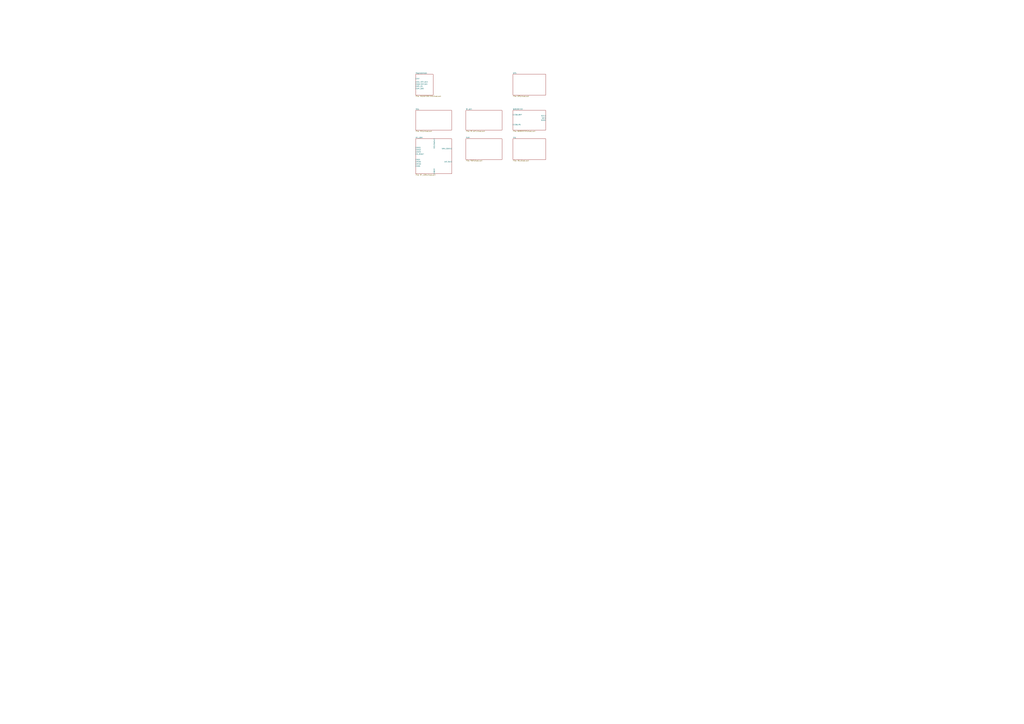
<source format=kicad_sch>
(kicad_sch
	(version 20250114)
	(generator "eeschema")
	(generator_version "9.0")
	(uuid "db968e42-3ace-4cc9-9096-9d8f48135c40")
	(paper "A0")
	(title_block
		(title "SX1261 Radio Schematic")
	)
	(lib_symbols)
	(sheet
		(at 541.02 161.29)
		(size 41.91 24.13)
		(exclude_from_sim no)
		(in_bom yes)
		(on_board yes)
		(dnp no)
		(fields_autoplaced yes)
		(stroke
			(width 0.1524)
			(type solid)
		)
		(fill
			(color 0 0 0 0.0000)
		)
		(uuid "2f8aaf77-ed56-4ab3-b636-086bef6b8f79")
		(property "Sheetname" "PWR"
			(at 541.02 160.5784 0)
			(effects
				(font
					(size 1.27 1.27)
				)
				(justify left bottom)
			)
		)
		(property "Sheetfile" "PWR.kicad_sch"
			(at 541.02 186.0046 0)
			(effects
				(font
					(size 1.27 1.27)
				)
				(justify left top)
			)
		)
		(instances
			(project "Data_Logger_Board"
				(path "/db968e42-3ace-4cc9-9096-9d8f48135c40"
					(page "9")
				)
			)
		)
	)
	(sheet
		(at 482.6 86.36)
		(size 20.32 24.13)
		(exclude_from_sim no)
		(in_bom yes)
		(on_board yes)
		(dnp no)
		(fields_autoplaced yes)
		(stroke
			(width 0.1524)
			(type solid)
		)
		(fill
			(color 0 0 0 0.0000)
		)
		(uuid "3c97324b-a98c-481d-b668-72d535313430")
		(property "Sheetname" "Magnetometer"
			(at 482.6 85.6484 0)
			(effects
				(font
					(size 1.27 1.27)
				)
				(justify left bottom)
			)
		)
		(property "Sheetfile" "MAGNETOMETER.kicad_sch"
			(at 482.6 111.0746 0)
			(effects
				(font
					(size 1.27 1.27)
				)
				(justify left top)
			)
		)
		(pin "INT" input
			(at 482.6 91.44 180)
			(uuid "a683b6ba-5185-40e5-bacd-61934a75e301")
			(effects
				(font
					(size 1.27 1.27)
				)
				(justify left)
			)
		)
		(pin "SCL{slash}SPI_SCK" input
			(at 482.6 95.25 180)
			(uuid "9e8b605c-e305-41b2-b342-1a28135f05fd")
			(effects
				(font
					(size 1.27 1.27)
				)
				(justify left)
			)
		)
		(pin "SDA{slash}SPI_SDI" input
			(at 482.6 97.79 180)
			(uuid "53ef1890-46cf-47d5-a643-c15291b394cc")
			(effects
				(font
					(size 1.27 1.27)
				)
				(justify left)
			)
		)
		(pin "SPI_CS" input
			(at 482.6 100.33 180)
			(uuid "399ed661-f445-44e9-8088-920b2718d611")
			(effects
				(font
					(size 1.27 1.27)
				)
				(justify left)
			)
		)
		(pin "SPI_SDO" input
			(at 482.6 102.87 180)
			(uuid "478b48fe-26e2-4362-a801-0b0021bb4d4d")
			(effects
				(font
					(size 1.27 1.27)
				)
				(justify left)
			)
		)
		(instances
			(project "Data_Logger_Board"
				(path "/db968e42-3ace-4cc9-9096-9d8f48135c40"
					(page "2")
				)
			)
		)
	)
	(sheet
		(at 595.63 128.27)
		(size 38.1 22.86)
		(exclude_from_sim no)
		(in_bom yes)
		(on_board yes)
		(dnp no)
		(fields_autoplaced yes)
		(stroke
			(width 0.1524)
			(type solid)
		)
		(fill
			(color 0 0 0 0.0000)
		)
		(uuid "6de4bf02-03b0-4601-a6b2-a0bf99e05925")
		(property "Sheetname" "BAROMETER"
			(at 595.63 127.5584 0)
			(effects
				(font
					(size 1.27 1.27)
				)
				(justify left bottom)
			)
		)
		(property "Sheetfile" "BAROMETER.kicad_sch"
			(at 595.63 151.7146 0)
			(effects
				(font
					(size 1.27 1.27)
				)
				(justify left top)
			)
		)
		(pin "CSB_BMP" input
			(at 595.63 133.35 180)
			(uuid "765440ff-38bf-432c-99aa-2ccd97cf908c")
			(effects
				(font
					(size 1.27 1.27)
				)
				(justify left)
			)
		)
		(pin "CSB_MS" input
			(at 595.63 144.78 180)
			(uuid "267d5eae-67e9-4a64-ac06-fa5e93d18364")
			(effects
				(font
					(size 1.27 1.27)
				)
				(justify left)
			)
		)
		(pin "SCK" input
			(at 633.73 134.62 0)
			(uuid "78757407-3789-439a-929c-97fc455e1efc")
			(effects
				(font
					(size 1.27 1.27)
				)
				(justify right)
			)
		)
		(pin "SDI" input
			(at 633.73 137.16 0)
			(uuid "9ac9469e-d28c-4e32-9b20-b8da8b309e5b")
			(effects
				(font
					(size 1.27 1.27)
				)
				(justify right)
			)
		)
		(pin "SDO" output
			(at 633.73 139.7 0)
			(uuid "57abbcf4-bf71-4e3f-ad08-2cde0e9f1ed9")
			(effects
				(font
					(size 1.27 1.27)
				)
				(justify right)
			)
		)
		(instances
			(project "Data_Logger_Board"
				(path "/db968e42-3ace-4cc9-9096-9d8f48135c40"
					(page "7")
				)
			)
		)
	)
	(sheet
		(at 482.6 128.27)
		(size 41.91 22.86)
		(exclude_from_sim no)
		(in_bom yes)
		(on_board yes)
		(dnp no)
		(fields_autoplaced yes)
		(stroke
			(width 0.1524)
			(type solid)
		)
		(fill
			(color 0 0 0 0.0000)
		)
		(uuid "795ab2be-9db7-4254-b05c-ac2b60177344")
		(property "Sheetname" "MCU"
			(at 482.6 127.5584 0)
			(effects
				(font
					(size 1.27 1.27)
				)
				(justify left bottom)
			)
		)
		(property "Sheetfile" "MCU.kicad_sch"
			(at 482.6 151.7146 0)
			(effects
				(font
					(size 1.27 1.27)
				)
				(justify left top)
			)
		)
		(instances
			(project "Data_Logger_Board"
				(path "/db968e42-3ace-4cc9-9096-9d8f48135c40"
					(page "3")
				)
			)
		)
	)
	(sheet
		(at 595.63 161.29)
		(size 38.1 24.13)
		(exclude_from_sim no)
		(in_bom yes)
		(on_board yes)
		(dnp no)
		(fields_autoplaced yes)
		(stroke
			(width 0.1524)
			(type solid)
		)
		(fill
			(color 0 0 0 0.0000)
		)
		(uuid "84d97f14-c225-4d7e-a6be-20b284069948")
		(property "Sheetname" "IMU"
			(at 595.63 160.5784 0)
			(effects
				(font
					(size 1.27 1.27)
				)
				(justify left bottom)
			)
		)
		(property "Sheetfile" "IMU.kicad_sch"
			(at 595.63 186.0046 0)
			(effects
				(font
					(size 1.27 1.27)
				)
				(justify left top)
			)
		)
		(instances
			(project "Data_Logger_Board"
				(path "/db968e42-3ace-4cc9-9096-9d8f48135c40"
					(page "8")
				)
			)
		)
	)
	(sheet
		(at 541.02 128.27)
		(size 41.91 22.86)
		(exclude_from_sim no)
		(in_bom yes)
		(on_board yes)
		(dnp no)
		(fields_autoplaced yes)
		(stroke
			(width 0.1524)
			(type solid)
		)
		(fill
			(color 0 0 0 0.0000)
		)
		(uuid "8e4cdb71-132b-47cb-b7a6-96b497234d11")
		(property "Sheetname" "RF_WIFI"
			(at 541.02 127.5584 0)
			(effects
				(font
					(size 1.27 1.27)
				)
				(justify left bottom)
			)
		)
		(property "Sheetfile" "RF_WIFI.kicad_sch"
			(at 541.02 151.7146 0)
			(effects
				(font
					(size 1.27 1.27)
				)
				(justify left top)
			)
		)
		(instances
			(project "Data_Logger_Board"
				(path "/db968e42-3ace-4cc9-9096-9d8f48135c40"
					(page "5")
				)
			)
		)
	)
	(sheet
		(at 595.63 86.36)
		(size 38.1 24.13)
		(exclude_from_sim no)
		(in_bom yes)
		(on_board yes)
		(dnp no)
		(fields_autoplaced yes)
		(stroke
			(width 0.1524)
			(type solid)
		)
		(fill
			(color 0 0 0 0.0000)
		)
		(uuid "caa54f87-1e96-4d4c-b6a8-b81d14fe08af")
		(property "Sheetname" "GPS"
			(at 595.63 85.6484 0)
			(effects
				(font
					(size 1.27 1.27)
				)
				(justify left bottom)
			)
		)
		(property "Sheetfile" "GPS.kicad_sch"
			(at 595.63 111.0746 0)
			(effects
				(font
					(size 1.27 1.27)
				)
				(justify left top)
			)
		)
		(instances
			(project "Data_Logger_Board"
				(path "/db968e42-3ace-4cc9-9096-9d8f48135c40"
					(page "6")
				)
			)
		)
	)
	(sheet
		(at 482.6 161.29)
		(size 41.91 40.64)
		(exclude_from_sim no)
		(in_bom yes)
		(on_board yes)
		(dnp no)
		(fields_autoplaced yes)
		(stroke
			(width 0.1524)
			(type solid)
		)
		(fill
			(color 0 0 0 0.0000)
		)
		(uuid "f67abaa3-07d9-44aa-9d82-6b11f8890146")
		(property "Sheetname" "RF_LORA"
			(at 482.6 160.5784 0)
			(effects
				(font
					(size 1.27 1.27)
				)
				(justify left bottom)
			)
		)
		(property "Sheetfile" "RF_LORA.kicad_sch"
			(at 482.6 202.5146 0)
			(effects
				(font
					(size 1.27 1.27)
				)
				(justify left top)
			)
		)
		(pin "ANT_SW" input
			(at 524.51 187.96 0)
			(uuid "92d138bb-32d8-4f27-b335-2e96dd995270")
			(effects
				(font
					(size 1.27 1.27)
				)
				(justify right)
			)
		)
		(pin "BUSY" input
			(at 504.19 201.93 270)
			(uuid "e4100358-17b8-44e7-b6cb-6827b69a0e75")
			(effects
				(font
					(size 1.27 1.27)
				)
				(justify left)
			)
		)
		(pin "DIO1" input
			(at 482.6 171.45 180)
			(uuid "1b3cb622-6806-42e7-9882-41776f34fe3a")
			(effects
				(font
					(size 1.27 1.27)
				)
				(justify left)
			)
		)
		(pin "DIO2" input
			(at 482.6 173.99 180)
			(uuid "b00cf9c9-250d-4c87-b481-8132cd4bf3a4")
			(effects
				(font
					(size 1.27 1.27)
				)
				(justify left)
			)
		)
		(pin "DIO3" input
			(at 482.6 176.53 180)
			(uuid "b515b91a-0ff6-408e-af34-c1a72af3f2f9")
			(effects
				(font
					(size 1.27 1.27)
				)
				(justify left)
			)
		)
		(pin "MISO" input
			(at 482.6 190.5 180)
			(uuid "2c618abc-acdf-4c42-b82e-09b74a661185")
			(effects
				(font
					(size 1.27 1.27)
				)
				(justify left)
			)
		)
		(pin "MOSI" input
			(at 482.6 187.96 180)
			(uuid "ee7e5921-1aae-425f-a8c4-1d4233751746")
			(effects
				(font
					(size 1.27 1.27)
				)
				(justify left)
			)
		)
		(pin "NSS" input
			(at 482.6 193.04 180)
			(uuid "c51ca7d6-729d-404c-8bf5-8985e8246c04")
			(effects
				(font
					(size 1.27 1.27)
				)
				(justify left)
			)
		)
		(pin "N_RESET" input
			(at 482.6 179.07 180)
			(uuid "5e763dd5-0d67-4c3f-afc7-beec2e2deed3")
			(effects
				(font
					(size 1.27 1.27)
				)
				(justify left)
			)
		)
		(pin "SCK" input
			(at 482.6 185.42 180)
			(uuid "f00e8e7b-d41b-4454-b7b6-d208e47c2d28")
			(effects
				(font
					(size 1.27 1.27)
				)
				(justify left)
			)
		)
		(pin "SMA_CONN" input
			(at 524.51 172.72 0)
			(uuid "7699ea6e-2c67-472d-8839-4f9bb215670b")
			(effects
				(font
					(size 1.27 1.27)
				)
				(justify right)
			)
		)
		(pin "VDD_Radio" input
			(at 504.19 161.29 90)
			(uuid "69f99ac1-ce42-4e39-b8c9-fc20f58dfe7f")
			(effects
				(font
					(size 1.27 1.27)
				)
				(justify right)
			)
		)
		(instances
			(project "Data_Logger_Board"
				(path "/db968e42-3ace-4cc9-9096-9d8f48135c40"
					(page "4")
				)
			)
		)
	)
	(sheet_instances
		(path "/"
			(page "1")
		)
	)
	(embedded_fonts no)
)

</source>
